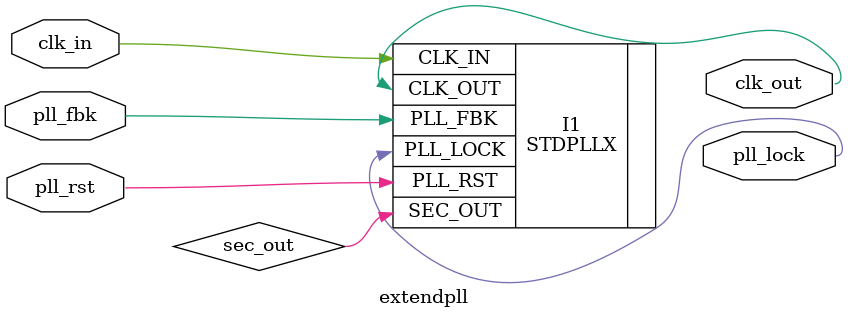
<source format=v>
module extendpll(clk_in, pll_fbk, pll_rst, clk_out, pll_lock);


input clk_in;
input pll_fbk;
input pll_rst;
output clk_out;
output pll_lock;
wire sec_out;


defparam	I1.in_freq = "100.000",
		I1.mult = "8",
		I1.div = "5",
		I1.post = "2",
		I1.pll_dly = "0",
		I1.secdiv = "2",
		I1.clk_out_to_pin = "OFF",
		I1.wake_on_lock = "OFF";


STDPLLX I1 (.CLK_IN(clk_in),  .PLL_FBK(pll_fbk), .PLL_RST(pll_rst), .CLK_OUT(clk_out), .PLL_LOCK(pll_lock), .SEC_OUT(sec_out));


// exemplar attribute I1 in_freq 100.000
// exemplar attribute I1 mult 8
// exemplar attribute I1 div 5
// exemplar attribute I1 post 2
// exemplar attribute I1 pll_dly 0
// exemplar attribute I1 secdiv 2
// exemplar attribute I1 clk_out_to_pin OFF
// exemplar attribute I1 wake_on_lock OFF


endmodule

</source>
